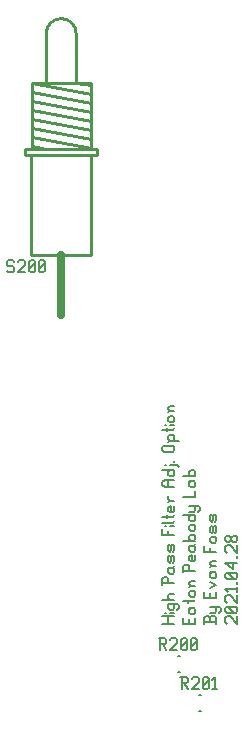
<source format=gto>
G04 start of page 2 for group 1 layer_idx 8 *
G04 Title: (unknown), top_silk *
G04 Creator: pcb-rnd 2.3.0 *
G04 CreationDate: 2021-05-03 18:52:41 UTC *
G04 For:  *
G04 Format: Gerber/RS-274X *
G04 PCB-Dimensions: 500000 500000 *
G04 PCB-Coordinate-Origin: lower left *
%MOIN*%
%FSLAX25Y25*%
%LNTOP_SILK_NONE_1*%
%ADD35C,0.0070*%
%ADD34C,0.0080*%
%ADD33C,0.0250*%
%ADD32C,0.0100*%
G54D32*X170050Y452300D02*X189650D01*
X170050D02*Y430300D01*
Y449300D02*X189650Y445400D01*
X170050Y452300D02*X189650Y448400D01*
Y451400D02*X184850Y452300D01*
X170050Y431300D02*X174850Y430300D01*
X170050Y437300D02*X189650Y433400D01*
X170050Y434300D02*X189650Y430400D01*
X170050Y443300D02*X189650Y439400D01*
X170050Y440300D02*X189650Y436400D01*
X167850Y430300D02*X191850D01*
X189650Y452300D02*Y430300D01*
X170050Y446300D02*X189650Y442400D01*
X169850Y395000D02*X189850D01*
Y428300D02*Y395000D01*
X169850Y428300D02*Y395000D01*
X191850Y430300D02*Y428300D01*
X184850Y452300D02*Y468601D01*
X184849Y468602D01*
X167850Y430300D02*Y428300D01*
X174850Y468700D02*Y452300D01*
X167850Y428300D02*X191850D01*
G54D33*X179850Y395000D02*Y375000D01*
G54D34*X225650Y248255D02*X226436D01*
X225650Y242745D02*X226436D01*
X218650Y261255D02*X219436D01*
X218650Y255745D02*X219436D01*
G54D32*X184849Y468602D02*G75*G03X174851Y468798I-4999J98D01*G01*
X174851Y468798D02*G75*G03X174850Y468700I4999J-98D01*G01*
G54D35*X222386Y272000D02*Y273500D01*
X224586Y272000D02*Y274000D01*
X220586Y272000D02*X224586D01*
X220586D02*Y274000D01*
X222586Y276700D02*X223086Y277200D01*
X222586Y275700D02*Y276700D01*
X223086Y275200D02*X222586Y275700D01*
X223086Y275200D02*X224086D01*
X224586Y275700D01*
X222586Y277200D02*X224086D01*
X224586Y277700D01*
Y275700D02*Y276700D01*
X224086Y277200D01*
X220586Y279400D02*X224086D01*
X224586Y279900D01*
X222086Y278900D02*Y279900D01*
X223086Y280900D02*X224086D01*
X223086D02*X222586Y281400D01*
Y282400D01*
X223086Y282900D01*
X224086D01*
X224586Y282400D02*X224086Y282900D01*
X224586Y281400D02*Y282400D01*
X224086Y280900D02*X224586Y281400D01*
X223086Y284600D02*X224586D01*
X223086D02*X222586Y285100D01*
Y285600D01*
X223086Y286100D01*
X224586D01*
X222586Y284100D02*X223086Y284600D01*
X220586Y289600D02*X224586D01*
X220586Y289100D02*Y291100D01*
X221086Y291600D01*
X222086D01*
X222586Y291100D02*X222086Y291600D01*
X222586Y289600D02*Y291100D01*
X224586Y293300D02*Y294800D01*
X224086Y292800D02*X224586Y293300D01*
X223086Y292800D02*X224086D01*
X223086D02*X222586Y293300D01*
Y294300D01*
X223086Y294800D01*
X223586Y292800D02*Y294800D01*
X223086D01*
X222586Y297500D02*X223086Y298000D01*
X222586Y296500D02*Y297500D01*
X223086Y296000D02*X222586Y296500D01*
X223086Y296000D02*X224086D01*
X224586Y296500D01*
X222586Y298000D02*X224086D01*
X224586Y298500D01*
Y296500D02*Y297500D01*
X224086Y298000D01*
X220586Y299700D02*X224586D01*
X224086D02*X224586Y300200D01*
Y301200D01*
X224086Y301700D01*
X223086D02*X224086D01*
X222586Y301200D02*X223086Y301700D01*
X222586Y300200D02*Y301200D01*
X223086Y299700D02*X222586Y300200D01*
X223086Y302900D02*X224086D01*
X223086D02*X222586Y303400D01*
Y304400D01*
X223086Y304900D01*
X224086D01*
X224586Y304400D02*X224086Y304900D01*
X224586Y303400D02*Y304400D01*
X224086Y302900D02*X224586Y303400D01*
X220586Y308100D02*X224586D01*
Y307600D02*X224086Y308100D01*
X224586Y306600D02*Y307600D01*
X224086Y306100D02*X224586Y306600D01*
X223086Y306100D02*X224086D01*
X223086D02*X222586Y306600D01*
Y307600D01*
X223086Y308100D01*
X222586Y309300D02*X224086D01*
X224586Y309800D01*
X222586Y311300D02*X225586D01*
X226086Y310800D02*X225586Y311300D01*
X226086Y309800D02*Y310800D01*
X225586Y309300D02*X226086Y309800D01*
X224586D02*Y310800D01*
X224086Y311300D01*
X220586Y314300D02*X224586D01*
Y316300D01*
X222586Y319000D02*X223086Y319500D01*
X222586Y318000D02*Y319000D01*
X223086Y317500D02*X222586Y318000D01*
X223086Y317500D02*X224086D01*
X224586Y318000D01*
X222586Y319500D02*X224086D01*
X224586Y320000D01*
Y318000D02*Y319000D01*
X224086Y319500D01*
X220586Y321200D02*X224586D01*
X224086D02*X224586Y321700D01*
Y322700D01*
X224086Y323200D01*
X223086D02*X224086D01*
X222586Y322700D02*X223086Y323200D01*
X222586Y321700D02*Y322700D01*
X223086Y321200D02*X222586Y321700D01*
X213586Y272000D02*X217586D01*
X213586Y274500D02*X217586D01*
X215586Y272000D02*Y274500D01*
X214586Y275700D02*X214686D01*
X216086D02*X217586D01*
X215586Y278200D02*X216086Y278700D01*
X215586Y277200D02*Y278200D01*
X216086Y276700D02*X215586Y277200D01*
X216086Y276700D02*X217086D01*
X217586Y277200D01*
Y278200D01*
X217086Y278700D01*
X218586Y276700D02*X219086Y277200D01*
Y278200D01*
X218586Y278700D01*
X215586D02*X218586D01*
X213586Y279900D02*X217586D01*
X216086D02*X215586Y280400D01*
Y281400D01*
X216086Y281900D01*
X217586D01*
X213586Y285400D02*X217586D01*
X213586Y284900D02*Y286900D01*
X214086Y287400D01*
X215086D01*
X215586Y286900D02*X215086Y287400D01*
X215586Y285400D02*Y286900D01*
Y290100D02*X216086Y290600D01*
X215586Y289100D02*Y290100D01*
X216086Y288600D02*X215586Y289100D01*
X216086Y288600D02*X217086D01*
X217586Y289100D01*
X215586Y290600D02*X217086D01*
X217586Y291100D01*
Y289100D02*Y290100D01*
X217086Y290600D01*
X217586Y292800D02*Y294300D01*
X217086Y294800D01*
X216586Y294300D02*X217086Y294800D01*
X216586Y292800D02*Y294300D01*
X216086Y292300D02*X216586Y292800D01*
X216086Y292300D02*X215586Y292800D01*
Y294300D01*
X216086Y294800D01*
X217086Y292300D02*X217586Y292800D01*
Y296500D02*Y298000D01*
X217086Y298500D01*
X216586Y298000D02*X217086Y298500D01*
X216586Y296500D02*Y298000D01*
X216086Y296000D02*X216586Y296500D01*
X216086Y296000D02*X215586Y296500D01*
Y298000D01*
X216086Y298500D01*
X217086Y296000D02*X217586Y296500D01*
X213586Y301500D02*X217586D01*
X213586D02*Y303500D01*
X215386Y301500D02*Y303000D01*
X214586Y304700D02*X214686D01*
X216086D02*X217586D01*
X213586Y305700D02*X217086D01*
X217586Y306200D01*
X213586Y307700D02*X217086D01*
X217586Y308200D01*
X215086Y307200D02*Y308200D01*
X217586Y309700D02*Y311200D01*
X217086Y309200D02*X217586Y309700D01*
X216086Y309200D02*X217086D01*
X216086D02*X215586Y309700D01*
Y310700D01*
X216086Y311200D01*
X216586Y309200D02*Y311200D01*
X216086D01*
Y312900D02*X217586D01*
X216086D02*X215586Y313400D01*
Y314400D01*
Y312400D02*X216086Y312900D01*
X214586Y317400D02*X217586D01*
X214586D02*X213586Y318100D01*
Y319200D01*
X214586Y319900D01*
X217586D01*
X215586Y317400D02*Y319900D01*
X213586Y323100D02*X217586D01*
Y322600D02*X217086Y323100D01*
X217586Y321600D02*Y322600D01*
X217086Y321100D02*X217586Y321600D01*
X216086Y321100D02*X217086D01*
X216086D02*X215586Y321600D01*
Y322600D01*
X216086Y323100D01*
X214586Y324800D02*X214686D01*
X216086D02*X218586D01*
X219086Y324300D02*X218586Y324800D01*
X217586Y325800D02*Y326300D01*
X214086Y329300D02*X217086D01*
X214086D02*X213586Y329800D01*
Y330800D01*
X214086Y331300D01*
X217086D01*
X217586Y330800D02*X217086Y331300D01*
X217586Y329800D02*Y330800D01*
X217086Y329300D02*X217586Y329800D01*
X216086Y333000D02*X219086D01*
X215586Y332500D02*X216086Y333000D01*
X215586Y333500D01*
Y334500D01*
X216086Y335000D01*
X217086D01*
X217586Y334500D02*X217086Y335000D01*
X217586Y333500D02*Y334500D01*
X217086Y333000D02*X217586Y333500D01*
X213586Y336700D02*X217086D01*
X217586Y337200D01*
X215086Y336200D02*Y337200D01*
X214586Y338200D02*X214686D01*
X216086D02*X217586D01*
X216086Y339200D02*X217086D01*
X216086D02*X215586Y339700D01*
Y340700D01*
X216086Y341200D01*
X217086D01*
X217586Y340700D02*X217086Y341200D01*
X217586Y339700D02*Y340700D01*
X217086Y339200D02*X217586Y339700D01*
X216086Y342900D02*X217586D01*
X216086D02*X215586Y343400D01*
Y343900D01*
X216086Y344400D01*
X217586D01*
X215586Y342400D02*X216086Y342900D01*
X163750Y393100D02*X164250Y392600D01*
X162250Y393100D02*X163750D01*
X161750Y392600D02*X162250Y393100D01*
X161750Y392600D02*Y391600D01*
X162250Y391100D01*
X163750D01*
X164250Y390600D01*
Y389600D01*
X163750Y389100D02*X164250Y389600D01*
X162250Y389100D02*X163750D01*
X161750Y389600D02*X162250Y389100D01*
X165450Y392600D02*X165950Y393100D01*
X167450D01*
X167950Y392600D01*
Y391600D01*
X165450Y389100D02*X167950Y391600D01*
X165450Y389100D02*X167950D01*
X169150Y389600D02*X169650Y389100D01*
X169150Y392600D02*Y389600D01*
Y392600D02*X169650Y393100D01*
X170650D01*
X171150Y392600D01*
Y389600D01*
X170650Y389100D02*X171150Y389600D01*
X169650Y389100D02*X170650D01*
X169150Y390100D02*X171150Y392100D01*
X172350Y389600D02*X172850Y389100D01*
X172350Y392600D02*Y389600D01*
Y392600D02*X172850Y393100D01*
X173850D01*
X174350Y392600D01*
Y389600D01*
X173850Y389100D02*X174350Y389600D01*
X172850Y389100D02*X173850D01*
X172350Y390100D02*X174350Y392100D01*
X235086Y272000D02*X234586Y272500D01*
Y274000D01*
X235086Y274500D01*
X236086D01*
X238586Y272000D02*X236086Y274500D01*
X238586Y272000D02*Y274500D01*
X238086Y275700D02*X238586Y276200D01*
X235086Y275700D02*X238086D01*
X235086D02*X234586Y276200D01*
Y277200D01*
X235086Y277700D01*
X238086D01*
X238586Y277200D02*X238086Y277700D01*
X238586Y276200D02*Y277200D01*
X237586Y275700D02*X235586Y277700D01*
X235086Y278900D02*X234586Y279400D01*
Y280900D01*
X235086Y281400D01*
X236086D01*
X238586Y278900D02*X236086Y281400D01*
X238586Y278900D02*Y281400D01*
X235386Y282600D02*X234586Y283400D01*
X238586D01*
Y282600D02*Y284100D01*
Y285300D02*Y285800D01*
X238086Y287000D02*X238586Y287500D01*
X235086Y287000D02*X238086D01*
X235086D02*X234586Y287500D01*
Y288500D01*
X235086Y289000D01*
X238086D01*
X238586Y288500D02*X238086Y289000D01*
X238586Y287500D02*Y288500D01*
X237586Y287000D02*X235586Y289000D01*
X237086Y290200D02*X234586Y292200D01*
X237086Y290200D02*Y292700D01*
X234586Y292200D02*X238586D01*
Y293900D02*Y294400D01*
X235086Y295600D02*X234586Y296100D01*
Y297600D01*
X235086Y298100D01*
X236086D01*
X238586Y295600D02*X236086Y298100D01*
X238586Y295600D02*Y298100D01*
X238086Y299300D02*X238586Y299800D01*
X237286Y299300D02*X238086D01*
X237286D02*X236586Y300000D01*
Y300600D01*
X237286Y301300D01*
X238086D01*
X238586Y300800D02*X238086Y301300D01*
X238586Y299800D02*Y300800D01*
X235886Y299300D02*X236586Y300000D01*
X235086Y299300D02*X235886D01*
X235086D02*X234586Y299800D01*
Y300800D01*
X235086Y301300D01*
X235886D01*
X236586Y300600D02*X235886Y301300D01*
X231586Y272000D02*Y274000D01*
X231086Y274500D01*
X229886D02*X231086D01*
X229386Y274000D02*X229886Y274500D01*
X229386Y272500D02*Y274000D01*
X227586Y272500D02*X231586D01*
X227586Y272000D02*Y274000D01*
X228086Y274500D01*
X228886D01*
X229386Y274000D02*X228886Y274500D01*
X229586Y275700D02*X231086D01*
X231586Y276200D01*
X229586Y277700D02*X232586D01*
X233086Y277200D02*X232586Y277700D01*
X233086Y276200D02*Y277200D01*
X232586Y275700D02*X233086Y276200D01*
X231586D02*Y277200D01*
X231086Y277700D01*
X229386Y280700D02*Y282200D01*
X231586Y280700D02*Y282700D01*
X227586Y280700D02*X231586D01*
X227586D02*Y282700D01*
X229586Y283900D02*X231586Y284900D01*
X229586Y285900D02*X231586Y284900D01*
X229586Y288600D02*X230086Y289100D01*
X229586Y287600D02*Y288600D01*
X230086Y287100D02*X229586Y287600D01*
X230086Y287100D02*X231086D01*
X231586Y287600D01*
X229586Y289100D02*X231086D01*
X231586Y289600D01*
Y287600D02*Y288600D01*
X231086Y289100D01*
X230086Y291300D02*X231586D01*
X230086D02*X229586Y291800D01*
Y292300D01*
X230086Y292800D01*
X231586D01*
X229586Y290800D02*X230086Y291300D01*
X227586Y295800D02*X231586D01*
X227586D02*Y297800D01*
X229386Y295800D02*Y297300D01*
X230086Y299000D02*X231086D01*
X230086D02*X229586Y299500D01*
Y300500D01*
X230086Y301000D01*
X231086D01*
X231586Y300500D02*X231086Y301000D01*
X231586Y299500D02*Y300500D01*
X231086Y299000D02*X231586Y299500D01*
Y302700D02*Y304200D01*
X231086Y304700D01*
X230586Y304200D02*X231086Y304700D01*
X230586Y302700D02*Y304200D01*
X230086Y302200D02*X230586Y302700D01*
X230086Y302200D02*X229586Y302700D01*
Y304200D01*
X230086Y304700D01*
X231086Y302200D02*X231586Y302700D01*
Y306400D02*Y307900D01*
X231086Y308400D01*
X230586Y307900D02*X231086Y308400D01*
X230586Y306400D02*Y307900D01*
X230086Y305900D02*X230586Y306400D01*
X230086Y305900D02*X229586Y306400D01*
Y307900D01*
X230086Y308400D01*
X231086Y305900D02*X231586Y306400D01*
X219615Y254150D02*X221615D01*
X222115Y253650D01*
Y252650D01*
X221615Y252150D02*X222115Y252650D01*
X220115Y252150D02*X221615D01*
X220115Y254150D02*Y250150D01*
X220915Y252150D02*X222115Y250150D01*
X223315Y253650D02*X223815Y254150D01*
X225315D01*
X225815Y253650D01*
Y252650D01*
X223315Y250150D02*X225815Y252650D01*
X223315Y250150D02*X225815D01*
X227015Y250650D02*X227515Y250150D01*
X227015Y253650D02*Y250650D01*
Y253650D02*X227515Y254150D01*
X228515D01*
X229015Y253650D01*
Y250650D01*
X228515Y250150D02*X229015Y250650D01*
X227515Y250150D02*X228515D01*
X227015Y251150D02*X229015Y253150D01*
X230215Y253350D02*X231015Y254150D01*
Y250150D01*
X230215D02*X231715D01*
X212393Y267150D02*X214393D01*
X214893Y266650D01*
Y265650D01*
X214393Y265150D02*X214893Y265650D01*
X212893Y265150D02*X214393D01*
X212893Y267150D02*Y263150D01*
X213693Y265150D02*X214893Y263150D01*
X216093Y266650D02*X216593Y267150D01*
X218093D01*
X218593Y266650D01*
Y265650D01*
X216093Y263150D02*X218593Y265650D01*
X216093Y263150D02*X218593D01*
X219793Y263650D02*X220293Y263150D01*
X219793Y266650D02*Y263650D01*
Y266650D02*X220293Y267150D01*
X221293D01*
X221793Y266650D01*
Y263650D01*
X221293Y263150D02*X221793Y263650D01*
X220293Y263150D02*X221293D01*
X219793Y264150D02*X221793Y266150D01*
X222993Y263650D02*X223493Y263150D01*
X222993Y266650D02*Y263650D01*
Y266650D02*X223493Y267150D01*
X224493D01*
X224993Y266650D01*
Y263650D01*
X224493Y263150D02*X224993Y263650D01*
X223493Y263150D02*X224493D01*
X222993Y264150D02*X224993Y266150D01*
M02*

</source>
